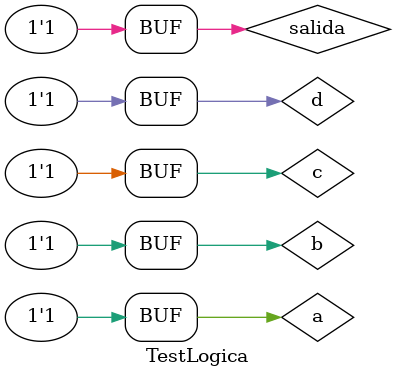
<source format=v>
module TestLogica;
	
	reg a,b,c,d;
	wire salida;
	and puertAND (salida,a,b,c,d);


	initial
		begin	

			$monitor($time, "a=%b | b=%b | c=%b | d=%b | a.b.c.d=%b",a,b,c,d,salida);
			a=0; b=0; c=0; d=0;
			#5 a=0; b=0; c=0; d=1;
			#5 a=0; b=1; c=1; d=0;
			#5 a=0; b=1; c=1; d=1;
			#5 a=0; b=1; c=0; d=0;
			#5 a=0; b=1; c=0; d=1;
			#5 a=0; b=1; c=1; d=0;
			#5 a=0; b=1; c=1; d=1;
			#5 a=1; b=0; c=0; d=0;
			#5 a=1; b=0; c=0; d=1;
			#5 a=1; b=0; c=1; d=0;
			#5 a=1; b=0; c=1; d=1;
			#5 a=1; b=1; c=0; d=0;
			#5 a=1; b=1; c=0; d=1;
			#5 a=1; b=1; c=1; d=0;
			#5 a=1; b=1; c=1; d=1;

			#5 a=1; //linea ignorada por no haber cambios

		end
	endmodule
</source>
